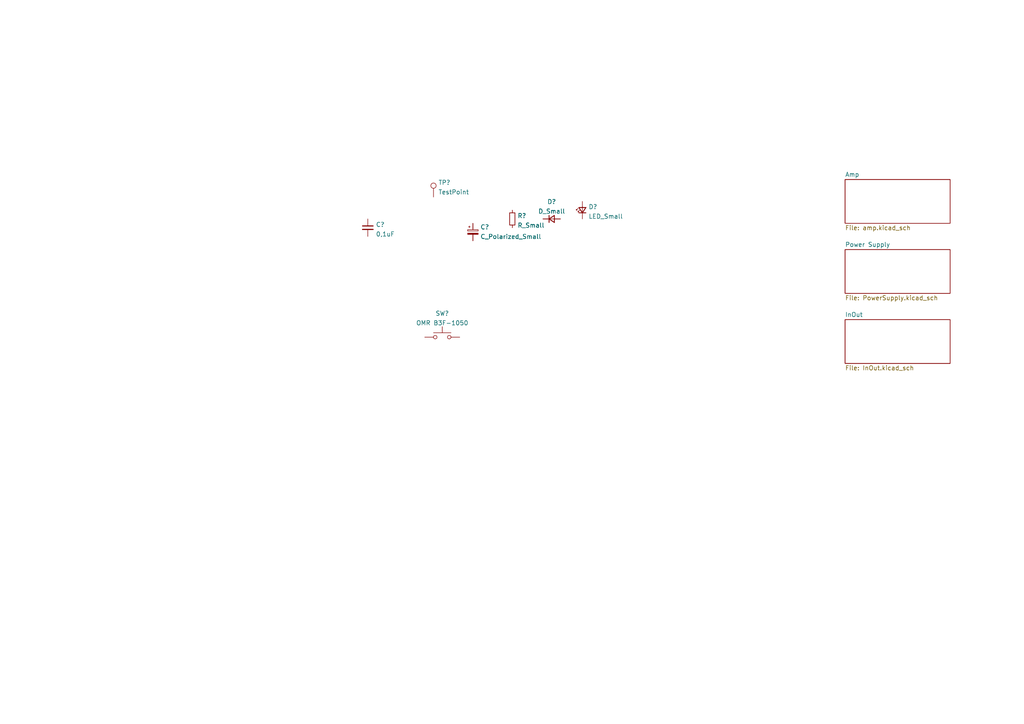
<source format=kicad_sch>
(kicad_sch (version 20211123) (generator eeschema)
  (paper "A4")
  (lib_symbols
    (symbol "Connector:TestPoint" (pin_numbers hide) (pin_names (offset 0.762) hide)
      (property "Reference" "TP" (at 0 6.858 0))
      (property "Value" "TestPoint" (at 0 5.08 0))
      (symbol "TestPoint_0_1"
        (circle (center 0 3.302) (radius 0.762))
      )
      (symbol "TestPoint_1_1"
        (pin passive line (at 0 0 90) (length 2.54) (name "1") (number "1"))
      )
    )
    (symbol "Device:C_Polarized_Small" (pin_numbers hide) (pin_names (offset 0.254) hide)
      (property "Reference" "C" (at 0.254 1.778 0))
      (property "Value" "C_Polarized_Small" (at 0.254 -2.032 0))
      (symbol "C_Polarized_Small_0_1"
        (rectangle (start -1.524 -0.3048) (end 1.524 -0.6858) (fill (type outline)))
        (rectangle (start -1.524 0.6858) (end 1.524 0.3048))
        (polyline (pts (xy -1.27 1.524) (xy -0.762 1.524)))
        (polyline (pts (xy -1.016 1.27) (xy -1.016 1.778)))
      )
      (symbol "C_Polarized_Small_1_1"
        (pin passive line (at 0 2.54 270) (length 1.8542) (name "~") (number "1"))
        (pin passive line (at 0 -2.54 90) (length 1.8542) (name "~") (number "2"))
      )
    )
    (symbol "Device:C_Small" (pin_numbers hide) (pin_names (offset 0.254) hide)
      (property "Reference" "C" (at 0.254 1.778 0))
      (property "Value" "C_Small" (at 0.254 -2.032 0))
      (symbol "C_Small_0_1"
        (polyline (pts (xy -1.524 -0.508) (xy 1.524 -0.508)) (stroke (width 0.3302)))
        (polyline (pts (xy -1.524 0.508) (xy 1.524 0.508)) (stroke (width 0.3048)))
      )
      (symbol "C_Small_1_1"
        (pin passive line (at 0 2.54 270) (length 2.032) (name "~") (number "1"))
        (pin passive line (at 0 -2.54 90) (length 2.032) (name "~") (number "2"))
      )
    )
    (symbol "Device:D_Small" (pin_numbers hide) (pin_names (offset 0.254) hide)
      (property "Reference" "D" (at -1.27 2.032 0))
      (property "Value" "D_Small" (at -3.81 -2.032 0))
      (symbol "D_Small_0_1"
        (polyline (pts (xy -0.762 -1.016) (xy -0.762 1.016)) (stroke (width 0.254)))
        (polyline (pts (xy -0.762 0) (xy 0.762 0)))
        (polyline (pts (xy 0.762 -1.016) (xy -0.762 0) (xy 0.762 1.016) (xy 0.762 -1.016)) (stroke (width 0.254)))
      )
      (symbol "D_Small_1_1"
        (pin passive line (at -2.54 0 0) (length 1.778) (name "K") (number "1"))
        (pin passive line (at 2.54 0 180) (length 1.778) (name "A") (number "2"))
      )
    )
    (symbol "Device:LED_Small" (pin_numbers hide) (pin_names (offset 0.254) hide)
      (property "Reference" "D" (at -1.27 3.175 0))
      (property "Value" "LED_Small" (at -4.445 -2.54 0))
      (symbol "LED_Small_0_1"
        (polyline (pts (xy -0.762 -1.016) (xy -0.762 1.016)) (stroke (width 0.254)))
        (polyline (pts (xy 1.016 0) (xy -0.762 0)))
        (polyline (pts (xy 0.762 -1.016) (xy -0.762 0) (xy 0.762 1.016) (xy 0.762 -1.016)) (stroke (width 0.254)))
        (polyline (pts (xy 0 0.762) (xy -0.508 1.27) (xy -0.254 1.27) (xy -0.508 1.27) (xy -0.508 1.016)))
        (polyline (pts (xy 0.508 1.27) (xy 0 1.778) (xy 0.254 1.778) (xy 0 1.778) (xy 0 1.524)))
      )
      (symbol "LED_Small_1_1"
        (pin passive line (at -2.54 0 0) (length 1.778) (name "K") (number "1"))
        (pin passive line (at 2.54 0 180) (length 1.778) (name "A") (number "2"))
      )
    )
    (symbol "Device:R_Small" (pin_numbers hide) (pin_names (offset 0.254) hide)
      (property "Reference" "R" (at 0.762 0.508 0))
      (property "Value" "R_Small" (at 0.762 -1.016 0))
      (symbol "R_Small_0_1"
        (rectangle (start -0.762 1.778) (end 0.762 -1.778) (stroke (width 0.2032)))
      )
      (symbol "R_Small_1_1"
        (pin passive line (at 0 2.54 270) (length 0.762) (name "~") (number "1"))
        (pin passive line (at 0 -2.54 90) (length 0.762) (name "~") (number "2"))
      )
    )
    (symbol "Switch:SW_Push" (pin_numbers hide) (pin_names (offset 1.016) hide)
      (property "Reference" "SW" (at 1.27 2.54 0))
      (property "Value" "SW_Push" (at 0 -1.524 0))
      (symbol "SW_Push_0_1"
        (circle (center -2.032 0) (radius 0.508))
        (polyline (pts (xy 0 1.27) (xy 0 3.048)))
        (polyline (pts (xy 2.54 1.27) (xy -2.54 1.27)))
        (circle (center 2.032 0) (radius 0.508))
        (pin passive line (at -5.08 0 0) (length 2.54) (name "1") (number "1"))
        (pin passive line (at 5.08 0 180) (length 2.54) (name "2") (number "2"))
      )
    )
  )
  (symbol (lib_id "Connector:TestPoint") (at 125.73 57.15 0) (unit 1)
    (property "Reference" "TP?" (at 127.127 52.9395 0) (effects (justify left)))
    (property "Value" "TestPoint" (at 127.127 55.7146 0) (effects (justify left)))
  )
  (symbol (lib_id "Device:LED_Small") (at 168.91 60.96 90) (unit 1)
    (property "Reference" "D?" (at 170.688 59.988 90) (effects (justify right)))
    (property "Value" "LED_Small" (at 170.688 62.7631 90) (effects (justify right)))
  )
  (symbol (lib_id "Device:R_Small") (at 148.59 63.5 180) (unit 1)
    (property "Reference" "R?" (at 150.0886 62.5915 0) (effects (justify right)))
    (property "Value" "R_Small" (at 150.0886 65.3666 0) (effects (justify right)))
  )
  (symbol (lib_id "Device:C_Polarized_Small") (at 137.16 67.31 0) (unit 1)
    (property "Reference" "C?" (at 139.319 65.8554 0) (effects (justify left)))
    (property "Value" "C_Polarized_Small" (at 139.319 68.6305 0) (effects (justify left)))
  )
  (symbol (lib_id "Device:D_Small") (at 160.02 63.5 0) (unit 1)
    (property "Reference" "D?" (at 160.02 58.5175 0))
    (property "Value" "D_Small" (at 160.02 61.2926 0))
  )
  (symbol (lib_id "Switch:SW_Push") (at 128.27 97.79 0) (unit 1)
    (property "Reference" "SW?" (at 128.27 90.9025 0))
    (property "Value" "OMR B3F-1050" (at 128.27 93.6776 0))
  )
  (symbol (lib_id "Device:C_Small") (at 106.68 66.04 0) (unit 1)
    (property "Reference" "C?" (at 109.0041 65.1378 0) (effects (justify left)))
    (property "Value" "0,1uF" (at 109.0041 67.9129 0) (effects (justify left)))
  )
  (sheet (at 245.11 72.39) (size 30.48 12.7) (stroke (width 0.1524))
    (property "Sheet name" "Power Supply" (at 245.11 71.6784 0) (effects (justify left bottom)))
    (property "Sheet file" "PowerSupply.kicad_sch" (at 245.11 85.6746 0) (effects (justify left top)))
  )
  (sheet (at 245.11 92.71) (size 30.48 12.7) (stroke (width 0.1524))
    (property "Sheet name" "InOut" (at 245.11 91.9984 0) (effects (justify left bottom)))
    (property "Sheet file" "InOut.kicad_sch" (at 245.11 105.9946 0) (effects (justify left top)))
  )
  (sheet (at 245.11 52.07) (size 30.48 12.7) (stroke (width 0.1524))
    (property "Sheet name" "Amp" (at 245.11 51.3584 0) (effects (justify left bottom)))
    (property "Sheet file" "amp.kicad_sch" (at 245.11 65.3546 0) (effects (justify left top)))
  )
)
</source>
